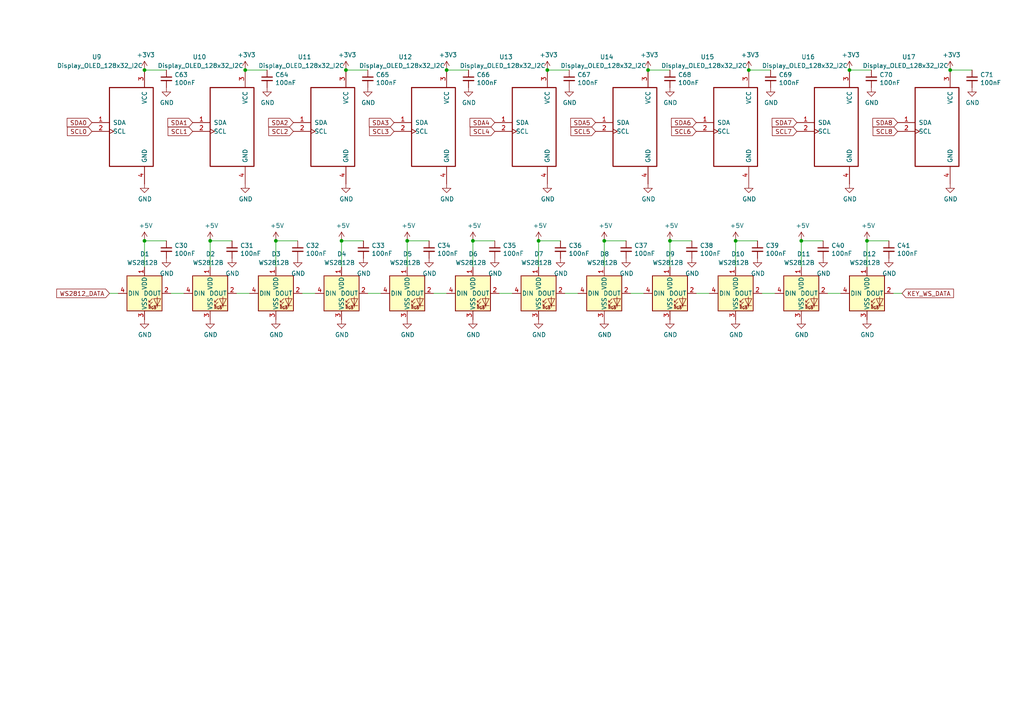
<source format=kicad_sch>
(kicad_sch (version 20231120) (generator "eeschema") (generator_version "8.0")
  (paper "A4")
  (title_block (title "Encoder Board") (date "2020-06-02") (rev "B") (company "Blake Garner"))
  (lib_symbols
    (symbol "Device:C_Small" (pin_numbers hide) (pin_names (offset 0.254) hide)
      (property "Reference" "C" (at 0.254 1.778 0))
      (property "Value" "C_Small" (at 0.254 -2.032 0))
      (symbol "C_Small_0_1"
        (polyline (pts (xy -1.524 -0.508) (xy 1.524 -0.508)) (stroke (width 0.3302)))
        (polyline (pts (xy -1.524 0.508) (xy 1.524 0.508)) (stroke (width 0.3048)))
      )
      (symbol "C_Small_1_1"
        (pin passive line (at 0 2.54 270) (length 2.032) (name "~") (number "1"))
        (pin passive line (at 0 -2.54 90) (length 2.032) (name "~") (number "2"))
      )
    )
    (symbol "EncoderBoard-rescue:+3V3-power" (power) (pin_names (offset 0))
      (property "Value" "power_+3V3" (at 0 3.556 0))
      (symbol "+3V3-power_0_1"
        (polyline (pts (xy -0.762 1.27) (xy 0 2.54)))
        (polyline (pts (xy 0 0) (xy 0 2.54)))
        (polyline (pts (xy 0 2.54) (xy 0.762 1.27)))
      )
      (symbol "+3V3-power_1_1"
        (pin power_in line (at 0 0 90) (length 0) hide (name "+3V3") (number "1"))
      )
    )
    (symbol "EncoderBoard-rescue:+5V-power" (power) (pin_names (offset 0))
      (property "Value" "power_+5V" (at 0 3.556 0))
      (symbol "+5V-power_0_1"
        (polyline (pts (xy -0.762 1.27) (xy 0 2.54)))
        (polyline (pts (xy 0 0) (xy 0 2.54)))
        (polyline (pts (xy 0 2.54) (xy 0.762 1.27)))
      )
      (symbol "+5V-power_1_1"
        (pin power_in line (at 0 0 90) (length 0) hide (name "+5V") (number "1"))
      )
    )
    (symbol "EncoderBoard-rescue:Display_OLED_128x32_I2C-Displays_BG" (pin_names (offset 1.016))
      (property "Reference" "U" (at 3.81 6.35 0))
      (property "Value" "Displays_BG_Display_OLED_128x32_I2C" (at 3.81 3.81 0))
      (symbol "Display_OLED_128x32_I2C-Displays_BG_1_1"
        (rectangle (start 5.08 10.16) (end 17.78 -12.7) (stroke (width 0.3048)))
        (pin input line (at 0 0 0) (length 5.08) (name "SDA") (number "1"))
        (pin input clock (at 0 -2.54 0) (length 5.08) (name "SCL") (number "2"))
        (pin power_in line (at 15.24 15.24 270) (length 5.08) (name "VCC") (number "3"))
        (pin power_in line (at 15.24 -17.78 90) (length 5.08) (name "GND") (number "4"))
      )
    )
    (symbol "EncoderBoard-rescue:GND-power" (power) (pin_names (offset 0))
      (property "Value" "power_GND" (at 0 -3.81 0))
      (symbol "GND-power_0_1"
        (polyline (pts (xy 0 0) (xy 0 -1.27) (xy 1.27 -1.27) (xy 0 -2.54) (xy -1.27 -1.27) (xy 0 -1.27)))
      )
      (symbol "GND-power_1_1"
        (pin power_in line (at 0 0 270) (length 0) hide (name "GND") (number "1"))
      )
    )
    (symbol "LED:WS2812B" (pin_names (offset 0.254))
      (property "Reference" "D" (at 5.08 5.715 0))
      (property "Value" "WS2812B" (at 1.27 -5.715 0))
      (symbol "WS2812B_0_0"
        (text "RGB" (at 2.286 -4.191 0) (effects (font (size 0.762 0.762))))
      )
      (symbol "WS2812B_0_1"
        (polyline (pts (xy 1.27 -3.556) (xy 1.778 -3.556)))
        (polyline (pts (xy 1.27 -2.54) (xy 1.778 -2.54)))
        (polyline (pts (xy 4.699 -3.556) (xy 2.667 -3.556)))
        (polyline (pts (xy 2.286 -2.54) (xy 1.27 -3.556) (xy 1.27 -3.048)))
        (polyline (pts (xy 2.286 -1.524) (xy 1.27 -2.54) (xy 1.27 -2.032)))
        (polyline (pts (xy 3.683 -1.016) (xy 3.683 -3.556) (xy 3.683 -4.064)))
        (polyline (pts (xy 4.699 -1.524) (xy 2.667 -1.524) (xy 3.683 -3.556) (xy 4.699 -1.524)))
        (rectangle (start 5.08 5.08) (end -5.08 -5.08) (stroke (width 0.254)) (fill (type background)))
      )
      (symbol "WS2812B_1_1"
        (pin power_in line (at 0 7.62 270) (length 2.54) (name "VDD") (number "1"))
        (pin output line (at 7.62 0 180) (length 2.54) (name "DOUT") (number "2"))
        (pin power_in line (at 0 -7.62 90) (length 2.54) (name "VSS") (number "3"))
        (pin input line (at -7.62 0 0) (length 2.54) (name "DIN") (number "4"))
      )
    )
  )
  (junction (at 175.26 69.85))
  (junction (at 118.11 69.85))
  (junction (at 71.12 20.32))
  (junction (at 100.33 20.32))
  (junction (at 60.96 69.85))
  (junction (at 137.16 69.85))
  (junction (at 80.01 69.85))
  (junction (at 217.17 20.32))
  (junction (at 187.96 20.32))
  (junction (at 232.41 69.85))
  (junction (at 41.91 20.32))
  (junction (at 251.46 69.85))
  (junction (at 158.75 20.32))
  (junction (at 213.36 69.85))
  (junction (at 194.31 69.85))
  (junction (at 41.91 69.85))
  (junction (at 156.21 69.85))
  (junction (at 129.54 20.32))
  (junction (at 275.59 20.32))
  (junction (at 246.38 20.32))
  (junction (at 99.06 69.85))
  (wire (pts (xy 99.06 69.85) (xy 105.41 69.85)))
  (wire (pts (xy 259.08 85.09) (xy 261.62 85.09)))
  (wire (pts (xy 194.31 69.85) (xy 200.66 69.85)))
  (wire (pts (xy 80.01 69.85) (xy 80.01 77.47)))
  (wire (pts (xy 118.11 69.85) (xy 124.46 69.85)))
  (wire (pts (xy 201.93 85.09) (xy 205.74 85.09)))
  (wire (pts (xy 100.33 20.32) (xy 106.68 20.32)))
  (wire (pts (xy 232.41 69.85) (xy 232.41 77.47)))
  (wire (pts (xy 217.17 20.32) (xy 223.52 20.32)))
  (wire (pts (xy 156.21 69.85) (xy 156.21 77.47)))
  (wire (pts (xy 72.39 85.09) (xy 68.58 85.09)))
  (wire (pts (xy 137.16 69.85) (xy 137.16 77.47)))
  (wire (pts (xy 129.54 20.32) (xy 135.89 20.32)))
  (wire (pts (xy 213.36 69.85) (xy 213.36 77.47)))
  (wire (pts (xy 251.46 69.85) (xy 257.81 69.85)))
  (wire (pts (xy 194.31 69.85) (xy 194.31 77.47)))
  (wire (pts (xy 156.21 69.85) (xy 162.56 69.85)))
  (wire (pts (xy 125.73 85.09) (xy 129.54 85.09)))
  (wire (pts (xy 175.26 69.85) (xy 181.61 69.85)))
  (wire (pts (xy 240.03 85.09) (xy 243.84 85.09)))
  (wire (pts (xy 232.41 69.85) (xy 238.76 69.85)))
  (wire (pts (xy 41.91 69.85) (xy 48.26 69.85)))
  (wire (pts (xy 118.11 69.85) (xy 118.11 77.47)))
  (wire (pts (xy 87.63 85.09) (xy 91.44 85.09)))
  (wire (pts (xy 246.38 20.32) (xy 252.73 20.32)))
  (wire (pts (xy 144.78 85.09) (xy 148.59 85.09)))
  (wire (pts (xy 219.71 69.85) (xy 213.36 69.85)))
  (wire (pts (xy 60.96 69.85) (xy 60.96 77.47)))
  (wire (pts (xy 41.91 69.85) (xy 41.91 77.47)))
  (wire (pts (xy 34.29 85.09) (xy 31.75 85.09)))
  (wire (pts (xy 187.96 20.32) (xy 194.31 20.32)))
  (wire (pts (xy 106.68 85.09) (xy 110.49 85.09)))
  (wire (pts (xy 175.26 69.85) (xy 175.26 77.47)))
  (wire (pts (xy 182.88 85.09) (xy 186.69 85.09)))
  (wire (pts (xy 99.06 69.85) (xy 99.06 77.47)))
  (wire (pts (xy 158.75 20.32) (xy 165.1 20.32)))
  (wire (pts (xy 49.53 85.09) (xy 53.34 85.09)))
  (wire (pts (xy 71.12 20.32) (xy 77.47 20.32)))
  (wire (pts (xy 41.91 20.32) (xy 48.26 20.32)))
  (wire (pts (xy 80.01 69.85) (xy 86.36 69.85)))
  (wire (pts (xy 137.16 69.85) (xy 143.51 69.85)))
  (wire (pts (xy 275.59 20.32) (xy 281.94 20.32)))
  (wire (pts (xy 163.83 85.09) (xy 167.64 85.09)))
  (wire (pts (xy 60.96 69.85) (xy 67.31 69.85)))
  (wire (pts (xy 251.46 69.85) (xy 251.46 77.47)))
  (wire (pts (xy 220.98 85.09) (xy 224.79 85.09)))
  (global_label "SCL5" (shape input) (at 172.72 38.1 180) (property "Intersheetrefs" "${INTERSHEET_REFS}" (effects (hide yes))))
  (global_label "SCL0" (shape input) (at 26.67 38.1 180) (property "Intersheetrefs" "${INTERSHEET_REFS}" (effects (hide yes))))
  (global_label "SDA3" (shape input) (at 114.3 35.56 180) (property "Intersheetrefs" "${INTERSHEET_REFS}" (effects (hide yes))))
  (global_label "SCL7" (shape input) (at 231.14 38.1 180) (property "Intersheetrefs" "${INTERSHEET_REFS}" (effects (hide yes))))
  (global_label "SCL3" (shape input) (at 114.3 38.1 180) (property "Intersheetrefs" "${INTERSHEET_REFS}" (effects (hide yes))))
  (global_label "SCL4" (shape input) (at 143.51 38.1 180) (property "Intersheetrefs" "${INTERSHEET_REFS}" (effects (hide yes))))
  (global_label "SDA6" (shape input) (at 201.93 35.56 180) (property "Intersheetrefs" "${INTERSHEET_REFS}" (effects (hide yes))))
  (global_label "WS2812_DATA" (shape input) (at 31.75 85.09 180) (property "Intersheetrefs" "${INTERSHEET_REFS}" (effects (hide yes))))
  (global_label "SCL1" (shape input) (at 55.88 38.1 180) (property "Intersheetrefs" "${INTERSHEET_REFS}" (effects (hide yes))))
  (global_label "SDA4" (shape input) (at 143.51 35.56 180) (property "Intersheetrefs" "${INTERSHEET_REFS}" (effects (hide yes))))
  (global_label "KEY_WS_DATA" (shape input) (at 261.62 85.09 0) (property "Intersheetrefs" "${INTERSHEET_REFS}" (effects (hide yes))))
  (global_label "SDA8" (shape input) (at 260.35 35.56 180) (property "Intersheetrefs" "${INTERSHEET_REFS}" (effects (hide yes))))
  (global_label "SDA5" (shape input) (at 172.72 35.56 180) (property "Intersheetrefs" "${INTERSHEET_REFS}" (effects (hide yes))))
  (global_label "SCL2" (shape input) (at 85.09 38.1 180) (property "Intersheetrefs" "${INTERSHEET_REFS}" (effects (hide yes))))
  (global_label "SDA1" (shape input) (at 55.88 35.56 180) (property "Intersheetrefs" "${INTERSHEET_REFS}" (effects (hide yes))))
  (global_label "SCL6" (shape input) (at 201.93 38.1 180) (property "Intersheetrefs" "${INTERSHEET_REFS}" (effects (hide yes))))
  (global_label "SCL8" (shape input) (at 260.35 38.1 180) (property "Intersheetrefs" "${INTERSHEET_REFS}" (effects (hide yes))))
  (global_label "SDA2" (shape input) (at 85.09 35.56 180) (property "Intersheetrefs" "${INTERSHEET_REFS}" (effects (hide yes))))
  (global_label "SDA0" (shape input) (at 26.67 35.56 180) (property "Intersheetrefs" "${INTERSHEET_REFS}" (effects (hide yes))))
  (global_label "SDA7" (shape input) (at 231.14 35.56 180) (property "Intersheetrefs" "${INTERSHEET_REFS}" (effects (hide yes))))
  (symbol (lib_id "Device:C_Small") (at 48.26 22.86 0) (unit 1)
    (property "Reference" "C63" (at 50.5968 21.6916 0) (effects (justify left)))
    (property "Value" "100nF" (at 50.5968 24.003 0) (effects (justify left)))
    (property "Footprint" "Capacitor_BG:C_0805_2012Metric" (effects (hide yes)))
    (property "Datasheet" "https://media.digikey.com/pdf/Data%20Sheets/Samsung%20PDFs/CL_Series_MLCC_ds.pdf" (effects (hide yes)))
    (property "MFR" "Samsung" (effects (hide yes)))
    (property "MPN" "CL21B104KBCNFNC" (effects (hide yes)))
  )
  (symbol (lib_id "EncoderBoard-rescue:GND-power") (at 48.26 25.4 0) (unit 1)
    (property "Reference" "#PWR093" (effects (hide yes)))
    (property "Value" "GND" (at 48.387 29.7942 0))
  )
  (symbol (lib_id "Device:C_Small") (at 77.47 22.86 0) (unit 1)
    (property "Reference" "C64" (at 79.8068 21.6916 0) (effects (justify left)))
    (property "Value" "100nF" (at 79.8068 24.003 0) (effects (justify left)))
    (property "Footprint" "Capacitor_BG:C_0805_2012Metric" (effects (hide yes)))
    (property "Datasheet" "https://media.digikey.com/pdf/Data%20Sheets/Samsung%20PDFs/CL_Series_MLCC_ds.pdf" (effects (hide yes)))
    (property "MFR" "Samsung" (effects (hide yes)))
    (property "MPN" "CL21B104KBCNFNC" (effects (hide yes)))
  )
  (symbol (lib_id "EncoderBoard-rescue:GND-power") (at 77.47 25.4 0) (unit 1)
    (property "Reference" "#PWR094" (effects (hide yes)))
    (property "Value" "GND" (at 77.597 29.7942 0))
  )
  (symbol (lib_id "Device:C_Small") (at 106.68 22.86 0) (unit 1)
    (property "Reference" "C65" (at 109.0168 21.6916 0) (effects (justify left)))
    (property "Value" "100nF" (at 109.0168 24.003 0) (effects (justify left)))
    (property "Footprint" "Capacitor_BG:C_0805_2012Metric" (effects (hide yes)))
    (property "Datasheet" "https://media.digikey.com/pdf/Data%20Sheets/Samsung%20PDFs/CL_Series_MLCC_ds.pdf" (effects (hide yes)))
    (property "MFR" "Samsung" (effects (hide yes)))
    (property "MPN" "CL21B104KBCNFNC" (effects (hide yes)))
  )
  (symbol (lib_id "EncoderBoard-rescue:GND-power") (at 106.68 25.4 0) (unit 1)
    (property "Reference" "#PWR095" (effects (hide yes)))
    (property "Value" "GND" (at 106.807 29.7942 0))
  )
  (symbol (lib_id "Device:C_Small") (at 135.89 22.86 0) (unit 1)
    (property "Reference" "C66" (at 138.2268 21.6916 0) (effects (justify left)))
    (property "Value" "100nF" (at 138.2268 24.003 0) (effects (justify left)))
    (property "Footprint" "Capacitor_BG:C_0805_2012Metric" (effects (hide yes)))
    (property "Datasheet" "https://media.digikey.com/pdf/Data%20Sheets/Samsung%20PDFs/CL_Series_MLCC_ds.pdf" (effects (hide yes)))
    (property "MFR" "Samsung" (effects (hide yes)))
    (property "MPN" "CL21B104KBCNFNC" (effects (hide yes)))
  )
  (symbol (lib_id "EncoderBoard-rescue:GND-power") (at 135.89 25.4 0) (unit 1)
    (property "Reference" "#PWR096" (effects (hide yes)))
    (property "Value" "GND" (at 136.017 29.7942 0))
  )
  (symbol (lib_id "Device:C_Small") (at 165.1 22.86 0) (unit 1)
    (property "Reference" "C67" (at 167.4368 21.6916 0) (effects (justify left)))
    (property "Value" "100nF" (at 167.4368 24.003 0) (effects (justify left)))
    (property "Footprint" "Capacitor_BG:C_0805_2012Metric" (effects (hide yes)))
    (property "Datasheet" "https://media.digikey.com/pdf/Data%20Sheets/Samsung%20PDFs/CL_Series_MLCC_ds.pdf" (effects (hide yes)))
    (property "MFR" "Samsung" (effects (hide yes)))
    (property "MPN" "CL21B104KBCNFNC" (effects (hide yes)))
  )
  (symbol (lib_id "EncoderBoard-rescue:GND-power") (at 165.1 25.4 0) (unit 1)
    (property "Reference" "#PWR097" (effects (hide yes)))
    (property "Value" "GND" (at 165.227 29.7942 0))
  )
  (symbol (lib_id "Device:C_Small") (at 194.31 22.86 0) (unit 1)
    (property "Reference" "C68" (at 196.6468 21.6916 0) (effects (justify left)))
    (property "Value" "100nF" (at 196.6468 24.003 0) (effects (justify left)))
    (property "Footprint" "Capacitor_BG:C_0805_2012Metric" (effects (hide yes)))
    (property "Datasheet" "https://media.digikey.com/pdf/Data%20Sheets/Samsung%20PDFs/CL_Series_MLCC_ds.pdf" (effects (hide yes)))
    (property "MFR" "Samsung" (effects (hide yes)))
    (property "MPN" "CL21B104KBCNFNC" (effects (hide yes)))
  )
  (symbol (lib_id "EncoderBoard-rescue:GND-power") (at 194.31 25.4 0) (unit 1)
    (property "Reference" "#PWR098" (effects (hide yes)))
    (property "Value" "GND" (at 194.437 29.7942 0))
  )
  (symbol (lib_id "Device:C_Small") (at 223.52 22.86 0) (unit 1)
    (property "Reference" "C69" (at 225.8568 21.6916 0) (effects (justify left)))
    (property "Value" "100nF" (at 225.8568 24.003 0) (effects (justify left)))
    (property "Footprint" "Capacitor_BG:C_0805_2012Metric" (effects (hide yes)))
    (property "Datasheet" "https://media.digikey.com/pdf/Data%20Sheets/Samsung%20PDFs/CL_Series_MLCC_ds.pdf" (effects (hide yes)))
    (property "MFR" "Samsung" (effects (hide yes)))
    (property "MPN" "CL21B104KBCNFNC" (effects (hide yes)))
  )
  (symbol (lib_id "EncoderBoard-rescue:GND-power") (at 223.52 25.4 0) (unit 1)
    (property "Reference" "#PWR099" (effects (hide yes)))
    (property "Value" "GND" (at 223.647 29.7942 0))
  )
  (symbol (lib_id "Device:C_Small") (at 252.73 22.86 0) (unit 1)
    (property "Reference" "C70" (at 255.0668 21.6916 0) (effects (justify left)))
    (property "Value" "100nF" (at 255.0668 24.003 0) (effects (justify left)))
    (property "Footprint" "Capacitor_BG:C_0805_2012Metric" (effects (hide yes)))
    (property "Datasheet" "https://media.digikey.com/pdf/Data%20Sheets/Samsung%20PDFs/CL_Series_MLCC_ds.pdf" (effects (hide yes)))
    (property "MFR" "Samsung" (effects (hide yes)))
    (property "MPN" "CL21B104KBCNFNC" (effects (hide yes)))
  )
  (symbol (lib_id "EncoderBoard-rescue:GND-power") (at 252.73 25.4 0) (unit 1)
    (property "Reference" "#PWR0100" (effects (hide yes)))
    (property "Value" "GND" (at 252.857 29.7942 0))
  )
  (symbol (lib_id "Device:C_Small") (at 281.94 22.86 0) (unit 1)
    (property "Reference" "C71" (at 284.2768 21.6916 0) (effects (justify left)))
    (property "Value" "100nF" (at 284.2768 24.003 0) (effects (justify left)))
    (property "Footprint" "Capacitor_BG:C_0805_2012Metric" (effects (hide yes)))
    (property "Datasheet" "https://media.digikey.com/pdf/Data%20Sheets/Samsung%20PDFs/CL_Series_MLCC_ds.pdf" (effects (hide yes)))
    (property "MFR" "Samsung" (effects (hide yes)))
    (property "MPN" "CL21B104KBCNFNC" (effects (hide yes)))
  )
  (symbol (lib_id "EncoderBoard-rescue:GND-power") (at 281.94 25.4 0) (unit 1)
    (property "Reference" "#PWR0183" (effects (hide yes)))
    (property "Value" "GND" (at 282.067 29.7942 0))
  )
  (symbol (lib_id "EncoderBoard-rescue:Display_OLED_128x32_I2C-Displays_BG") (at 26.67 35.56 0) (unit 1)
    (property "Reference" "U9" (at 26.67 16.51 0) (effects (justify left)))
    (property "Value" "Display_OLED_128x32_I2C" (at 16.51 19.05 0) (effects (justify left)))
    (property "Footprint" "Display_BG:Display_OLED_128x32_I2C" (effects (hide yes)))
    (property "Datasheet" "https://learn.adafruit.com/monochrome-oled-breakouts/downloads" (effects (hide yes)))
    (property "MFR" "Unbranded" (effects (hide yes)))
    (property "MPN" "128x32_I2C_OLED_SSD1306" (effects (hide yes)))
  )
  (symbol (lib_id "EncoderBoard-rescue:GND-power") (at 41.91 53.34 0) (unit 1)
    (property "Reference" "#PWR0211" (effects (hide yes)))
    (property "Value" "GND" (at 42.037 57.7342 0))
  )
  (symbol (lib_id "EncoderBoard-rescue:+3V3-power") (at 41.91 20.32 0) (unit 1)
    (property "Reference" "#PWR0212" (effects (hide yes)))
    (property "Value" "+3V3" (at 42.291 15.9258 0))
  )
  (symbol (lib_id "EncoderBoard-rescue:Display_OLED_128x32_I2C-Displays_BG") (at 55.88 35.56 0) (unit 1)
    (property "Reference" "U10" (at 55.88 16.51 0) (effects (justify left)))
    (property "Value" "Display_OLED_128x32_I2C" (at 45.72 19.05 0) (effects (justify left)))
    (property "Footprint" "Display_BG:Display_OLED_128x32_I2C" (effects (hide yes)))
    (property "Datasheet" "https://learn.adafruit.com/monochrome-oled-breakouts/downloads" (effects (hide yes)))
    (property "MFR" "Unbranded" (effects (hide yes)))
    (property "MPN" "128x32_I2C_OLED_SSD1306" (effects (hide yes)))
  )
  (symbol (lib_id "EncoderBoard-rescue:GND-power") (at 71.12 53.34 0) (unit 1)
    (property "Reference" "#PWR0213" (effects (hide yes)))
    (property "Value" "GND" (at 71.247 57.7342 0))
  )
  (symbol (lib_id "EncoderBoard-rescue:+3V3-power") (at 71.12 20.32 0) (unit 1)
    (property "Reference" "#PWR0214" (effects (hide yes)))
    (property "Value" "+3V3" (at 71.501 15.9258 0))
  )
  (symbol (lib_id "EncoderBoard-rescue:Display_OLED_128x32_I2C-Displays_BG") (at 85.09 35.56 0) (unit 1)
    (property "Reference" "U11" (at 86.36 16.51 0) (effects (justify left)))
    (property "Value" "Display_OLED_128x32_I2C" (at 74.93 19.05 0) (effects (justify left)))
    (property "Footprint" "Display_BG:Display_OLED_128x32_I2C" (effects (hide yes)))
    (property "Datasheet" "https://learn.adafruit.com/monochrome-oled-breakouts/downloads" (effects (hide yes)))
    (property "MFR" "Unbranded" (effects (hide yes)))
    (property "MPN" "128x32_I2C_OLED_SSD1306" (effects (hide yes)))
  )
  (symbol (lib_id "EncoderBoard-rescue:GND-power") (at 100.33 53.34 0) (unit 1)
    (property "Reference" "#PWR0215" (effects (hide yes)))
    (property "Value" "GND" (at 100.457 57.7342 0))
  )
  (symbol (lib_id "EncoderBoard-rescue:+3V3-power") (at 100.33 20.32 0) (unit 1)
    (property "Reference" "#PWR0216" (effects (hide yes)))
    (property "Value" "+3V3" (at 100.711 15.9258 0))
  )
  (symbol (lib_id "EncoderBoard-rescue:Display_OLED_128x32_I2C-Displays_BG") (at 114.3 35.56 0) (unit 1)
    (property "Reference" "U12" (at 115.57 16.51 0) (effects (justify left)))
    (property "Value" "Display_OLED_128x32_I2C" (at 104.14 19.05 0) (effects (justify left)))
    (property "Footprint" "Display_BG:Display_OLED_128x32_I2C" (effects (hide yes)))
    (property "Datasheet" "https://learn.adafruit.com/monochrome-oled-breakouts/downloads" (effects (hide yes)))
    (property "MFR" "Unbranded" (effects (hide yes)))
    (property "MPN" "128x32_I2C_OLED_SSD1306" (effects (hide yes)))
  )
  (symbol (lib_id "EncoderBoard-rescue:GND-power") (at 129.54 53.34 0) (unit 1)
    (property "Reference" "#PWR0217" (effects (hide yes)))
    (property "Value" "GND" (at 129.667 57.7342 0))
  )
  (symbol (lib_id "EncoderBoard-rescue:+3V3-power") (at 129.54 20.32 0) (unit 1)
    (property "Reference" "#PWR0218" (effects (hide yes)))
    (property "Value" "+3V3" (at 129.921 15.9258 0))
  )
  (symbol (lib_id "EncoderBoard-rescue:Display_OLED_128x32_I2C-Displays_BG") (at 143.51 35.56 0) (unit 1)
    (property "Reference" "U13" (at 144.78 16.51 0) (effects (justify left)))
    (property "Value" "Display_OLED_128x32_I2C" (at 133.35 19.05 0) (effects (justify left)))
    (property "Footprint" "Display_BG:Display_OLED_128x32_I2C" (effects (hide yes)))
    (property "Datasheet" "https://learn.adafruit.com/monochrome-oled-breakouts/downloads" (effects (hide yes)))
    (property "MFR" "Unbranded" (effects (hide yes)))
    (property "MPN" "128x32_I2C_OLED_SSD1306" (effects (hide yes)))
  )
  (symbol (lib_id "EncoderBoard-rescue:GND-power") (at 158.75 53.34 0) (unit 1)
    (property "Reference" "#PWR0219" (effects (hide yes)))
    (property "Value" "GND" (at 158.877 57.7342 0))
  )
  (symbol (lib_id "EncoderBoard-rescue:+3V3-power") (at 158.75 20.32 0) (unit 1)
    (property "Reference" "#PWR0220" (effects (hide yes)))
    (property "Value" "+3V3" (at 159.131 15.9258 0))
  )
  (symbol (lib_id "EncoderBoard-rescue:Display_OLED_128x32_I2C-Displays_BG") (at 172.72 35.56 0) (unit 1)
    (property "Reference" "U14" (at 173.99 16.51 0) (effects (justify left)))
    (property "Value" "Display_OLED_128x32_I2C" (at 162.56 19.05 0) (effects (justify left)))
    (property "Footprint" "Display_BG:Display_OLED_128x32_I2C" (effects (hide yes)))
    (property "Datasheet" "https://learn.adafruit.com/monochrome-oled-breakouts/downloads" (effects (hide yes)))
    (property "MFR" "Unbranded" (effects (hide yes)))
    (property "MPN" "128x32_I2C_OLED_SSD1306" (effects (hide yes)))
  )
  (symbol (lib_id "EncoderBoard-rescue:GND-power") (at 187.96 53.34 0) (unit 1)
    (property "Reference" "#PWR0221" (effects (hide yes)))
    (property "Value" "GND" (at 188.087 57.7342 0))
  )
  (symbol (lib_id "EncoderBoard-rescue:+3V3-power") (at 187.96 20.32 0) (unit 1)
    (property "Reference" "#PWR0222" (effects (hide yes)))
    (property "Value" "+3V3" (at 188.341 15.9258 0))
  )
  (symbol (lib_id "EncoderBoard-rescue:Display_OLED_128x32_I2C-Displays_BG") (at 201.93 35.56 0) (unit 1)
    (property "Reference" "U15" (at 203.2 16.51 0) (effects (justify left)))
    (property "Value" "Display_OLED_128x32_I2C" (at 191.77 19.05 0) (effects (justify left)))
    (property "Footprint" "Display_BG:Display_OLED_128x32_I2C" (effects (hide yes)))
    (property "Datasheet" "https://learn.adafruit.com/monochrome-oled-breakouts/downloads" (effects (hide yes)))
    (property "MFR" "Unbranded" (effects (hide yes)))
    (property "MPN" "128x32_I2C_OLED_SSD1306" (effects (hide yes)))
  )
  (symbol (lib_id "EncoderBoard-rescue:GND-power") (at 217.17 53.34 0) (unit 1)
    (property "Reference" "#PWR0223" (effects (hide yes)))
    (property "Value" "GND" (at 217.297 57.7342 0))
  )
  (symbol (lib_id "EncoderBoard-rescue:+3V3-power") (at 217.17 20.32 0) (unit 1)
    (property "Reference" "#PWR0224" (effects (hide yes)))
    (property "Value" "+3V3" (at 217.551 15.9258 0))
  )
  (symbol (lib_id "EncoderBoard-rescue:Display_OLED_128x32_I2C-Displays_BG") (at 231.14 35.56 0) (unit 1)
    (property "Reference" "U16" (at 232.41 16.51 0) (effects (justify left)))
    (property "Value" "Display_OLED_128x32_I2C" (at 220.98 19.05 0) (effects (justify left)))
    (property "Footprint" "Display_BG:Display_OLED_128x32_I2C" (effects (hide yes)))
    (property "Datasheet" "https://learn.adafruit.com/monochrome-oled-breakouts/downloads" (effects (hide yes)))
    (property "MFR" "Unbranded" (effects (hide yes)))
    (property "MPN" "128x32_I2C_OLED_SSD1306" (effects (hide yes)))
  )
  (symbol (lib_id "EncoderBoard-rescue:GND-power") (at 246.38 53.34 0) (unit 1)
    (property "Reference" "#PWR0225" (effects (hide yes)))
    (property "Value" "GND" (at 246.507 57.7342 0))
  )
  (symbol (lib_id "EncoderBoard-rescue:+3V3-power") (at 246.38 20.32 0) (unit 1)
    (property "Reference" "#PWR0226" (effects (hide yes)))
    (property "Value" "+3V3" (at 246.761 15.9258 0))
  )
  (symbol (lib_id "EncoderBoard-rescue:Display_OLED_128x32_I2C-Displays_BG") (at 260.35 35.56 0) (unit 1)
    (property "Reference" "U17" (at 261.62 16.51 0) (effects (justify left)))
    (property "Value" "Display_OLED_128x32_I2C" (at 250.19 19.05 0) (effects (justify left)))
    (property "Footprint" "Display_BG:Display_OLED_128x32_I2C" (effects (hide yes)))
    (property "Datasheet" "https://learn.adafruit.com/monochrome-oled-breakouts/downloads" (effects (hide yes)))
    (property "MFR" "Unbranded" (effects (hide yes)))
    (property "MPN" "128x32_I2C_OLED_SSD1306" (effects (hide yes)))
  )
  (symbol (lib_id "EncoderBoard-rescue:GND-power") (at 275.59 53.34 0) (unit 1)
    (property "Reference" "#PWR0227" (effects (hide yes)))
    (property "Value" "GND" (at 275.717 57.7342 0))
  )
  (symbol (lib_id "EncoderBoard-rescue:+3V3-power") (at 275.59 20.32 0) (unit 1)
    (property "Reference" "#PWR0228" (effects (hide yes)))
    (property "Value" "+3V3" (at 275.971 15.9258 0))
  )
  (symbol (lib_id "LED:WS2812B") (at 41.91 85.09 0) (unit 1)
    (property "Reference" "D1" (at 40.64 73.66 0) (effects (justify left)))
    (property "Value" "WS2812B" (at 36.83 76.2 0) (effects (justify left)))
    (property "Footprint" "LED_BG:LED_WS2812B_PLCC4_5.0x5.0mm_P3.2mm" (effects (hide yes)))
    (property "Datasheet" "https://cdn-shop.adafruit.com/datasheets/WS2812B.pdf" (effects (hide yes)))
    (property "MFR" "World Semi" (effects (hide yes)))
    (property "MPN" "WS2812B" (effects (hide yes)))
  )
  (symbol (lib_id "EncoderBoard-rescue:+5V-power") (at 41.91 69.85 0) (unit 1)
    (property "Reference" "#PWR0229" (effects (hide yes)))
    (property "Value" "+5V" (at 42.291 65.4558 0))
  )
  (symbol (lib_id "EncoderBoard-rescue:GND-power") (at 41.91 92.71 0) (unit 1)
    (property "Reference" "#PWR0230" (effects (hide yes)))
    (property "Value" "GND" (at 42.037 97.1042 0))
  )
  (symbol (lib_id "LED:WS2812B") (at 60.96 85.09 0) (unit 1)
    (property "Reference" "D2" (at 59.69 73.66 0) (effects (justify left)))
    (property "Value" "WS2812B" (at 55.88 76.2 0) (effects (justify left)))
    (property "Footprint" "LED_BG:LED_WS2812B_PLCC4_5.0x5.0mm_P3.2mm" (effects (hide yes)))
    (property "Datasheet" "https://cdn-shop.adafruit.com/datasheets/WS2812B.pdf" (effects (hide yes)))
    (property "MFR" "World Semi" (effects (hide yes)))
    (property "MPN" "WS2812B" (effects (hide yes)))
  )
  (symbol (lib_id "EncoderBoard-rescue:+5V-power") (at 60.96 69.85 0) (unit 1)
    (property "Reference" "#PWR0231" (effects (hide yes)))
    (property "Value" "+5V" (at 61.341 65.4558 0))
  )
  (symbol (lib_id "EncoderBoard-rescue:GND-power") (at 60.96 92.71 0) (unit 1)
    (property "Reference" "#PWR0232" (effects (hide yes)))
    (property "Value" "GND" (at 61.087 97.1042 0))
  )
  (symbol (lib_id "LED:WS2812B") (at 80.01 85.09 0) (unit 1)
    (property "Reference" "D3" (at 78.74 73.66 0) (effects (justify left)))
    (property "Value" "WS2812B" (at 74.93 76.2 0) (effects (justify left)))
    (property "Footprint" "LED_BG:LED_WS2812B_PLCC4_5.0x5.0mm_P3.2mm" (effects (hide yes)))
    (property "Datasheet" "https://cdn-shop.adafruit.com/datasheets/WS2812B.pdf" (effects (hide yes)))
    (property "MFR" "World Semi" (effects (hide yes)))
    (property "MPN" "WS2812B" (effects (hide yes)))
  )
  (symbol (lib_id "EncoderBoard-rescue:+5V-power") (at 80.01 69.85 0) (unit 1)
    (property "Reference" "#PWR0233" (effects (hide yes)))
    (property "Value" "+5V" (at 80.391 65.4558 0))
  )
  (symbol (lib_id "EncoderBoard-rescue:GND-power") (at 80.01 92.71 0) (unit 1)
    (property "Reference" "#PWR0234" (effects (hide yes)))
    (property "Value" "GND" (at 80.137 97.1042 0))
  )
  (symbol (lib_id "LED:WS2812B") (at 99.06 85.09 0) (unit 1)
    (property "Reference" "D4" (at 97.79 73.66 0) (effects (justify left)))
    (property "Value" "WS2812B" (at 93.98 76.2 0) (effects (justify left)))
    (property "Footprint" "LED_BG:LED_WS2812B_PLCC4_5.0x5.0mm_P3.2mm" (effects (hide yes)))
    (property "Datasheet" "https://cdn-shop.adafruit.com/datasheets/WS2812B.pdf" (effects (hide yes)))
    (property "MFR" "World Semi" (effects (hide yes)))
    (property "MPN" "WS2812B" (effects (hide yes)))
  )
  (symbol (lib_id "EncoderBoard-rescue:+5V-power") (at 99.06 69.85 0) (unit 1)
    (property "Reference" "#PWR0235" (effects (hide yes)))
    (property "Value" "+5V" (at 99.441 65.4558 0))
  )
  (symbol (lib_id "EncoderBoard-rescue:GND-power") (at 99.06 92.71 0) (unit 1)
    (property "Reference" "#PWR0236" (effects (hide yes)))
    (property "Value" "GND" (at 99.187 97.1042 0))
  )
  (symbol (lib_id "LED:WS2812B") (at 118.11 85.09 0) (unit 1)
    (property "Reference" "D5" (at 116.84 73.66 0) (effects (justify left)))
    (property "Value" "WS2812B" (at 113.03 76.2 0) (effects (justify left)))
    (property "Footprint" "LED_BG:LED_WS2812B_PLCC4_5.0x5.0mm_P3.2mm" (effects (hide yes)))
    (property "Datasheet" "https://cdn-shop.adafruit.com/datasheets/WS2812B.pdf" (effects (hide yes)))
    (property "MFR" "World Semi" (effects (hide yes)))
    (property "MPN" "WS2812B" (effects (hide yes)))
  )
  (symbol (lib_id "EncoderBoard-rescue:+5V-power") (at 118.11 69.85 0) (unit 1)
    (property "Reference" "#PWR0237" (effects (hide yes)))
    (property "Value" "+5V" (at 118.491 65.4558 0))
  )
  (symbol (lib_id "EncoderBoard-rescue:GND-power") (at 118.11 92.71 0) (unit 1)
    (property "Reference" "#PWR0238" (effects (hide yes)))
    (property "Value" "GND" (at 118.237 97.1042 0))
  )
  (symbol (lib_id "LED:WS2812B") (at 137.16 85.09 0) (unit 1)
    (property "Reference" "D6" (at 135.89 73.66 0) (effects (justify left)))
    (property "Value" "WS2812B" (at 132.08 76.2 0) (effects (justify left)))
    (property "Footprint" "LED_BG:LED_WS2812B_PLCC4_5.0x5.0mm_P3.2mm" (effects (hide yes)))
    (property "Datasheet" "https://cdn-shop.adafruit.com/datasheets/WS2812B.pdf" (effects (hide yes)))
    (property "MFR" "World Semi" (effects (hide yes)))
    (property "MPN" "WS2812B" (effects (hide yes)))
  )
  (symbol (lib_id "EncoderBoard-rescue:+5V-power") (at 137.16 69.85 0) (unit 1)
    (property "Reference" "#PWR0239" (effects (hide yes)))
    (property "Value" "+5V" (at 137.541 65.4558 0))
  )
  (symbol (lib_id "EncoderBoard-rescue:GND-power") (at 137.16 92.71 0) (unit 1)
    (property "Reference" "#PWR0240" (effects (hide yes)))
    (property "Value" "GND" (at 137.287 97.1042 0))
  )
  (symbol (lib_id "LED:WS2812B") (at 156.21 85.09 0) (unit 1)
    (property "Reference" "D7" (at 154.94 73.66 0) (effects (justify left)))
    (property "Value" "WS2812B" (at 151.13 76.2 0) (effects (justify left)))
    (property "Footprint" "LED_BG:LED_WS2812B_PLCC4_5.0x5.0mm_P3.2mm" (effects (hide yes)))
    (property "Datasheet" "https://cdn-shop.adafruit.com/datasheets/WS2812B.pdf" (effects (hide yes)))
    (property "MFR" "World Semi" (effects (hide yes)))
    (property "MPN" "WS2812B" (effects (hide yes)))
  )
  (symbol (lib_id "EncoderBoard-rescue:+5V-power") (at 156.21 69.85 0) (unit 1)
    (property "Reference" "#PWR0241" (effects (hide yes)))
    (property "Value" "+5V" (at 156.591 65.4558 0))
  )
  (symbol (lib_id "EncoderBoard-rescue:GND-power") (at 156.21 92.71 0) (unit 1)
    (property "Reference" "#PWR0242" (effects (hide yes)))
    (property "Value" "GND" (at 156.337 97.1042 0))
  )
  (symbol (lib_id "LED:WS2812B") (at 175.26 85.09 0) (unit 1)
    (property "Reference" "D8" (at 173.99 73.66 0) (effects (justify left)))
    (property "Value" "WS2812B" (at 170.18 76.2 0) (effects (justify left)))
    (property "Footprint" "LED_BG:LED_WS2812B_PLCC4_5.0x5.0mm_P3.2mm" (effects (hide yes)))
    (property "Datasheet" "https://cdn-shop.adafruit.com/datasheets/WS2812B.pdf" (effects (hide yes)))
    (property "MFR" "World Semi" (effects (hide yes)))
    (property "MPN" "WS2812B" (effects (hide yes)))
  )
  (symbol (lib_id "EncoderBoard-rescue:+5V-power") (at 175.26 69.85 0) (unit 1)
    (property "Reference" "#PWR0243" (effects (hide yes)))
    (property "Value" "+5V" (at 175.641 65.4558 0))
  )
  (symbol (lib_id "EncoderBoard-rescue:GND-power") (at 175.26 92.71 0) (unit 1)
    (property "Reference" "#PWR0244" (effects (hide yes)))
    (property "Value" "GND" (at 175.387 97.1042 0))
  )
  (symbol (lib_id "LED:WS2812B") (at 194.31 85.09 0) (unit 1)
    (property "Reference" "D9" (at 193.04 73.66 0) (effects (justify left)))
    (property "Value" "WS2812B" (at 189.23 76.2 0) (effects (justify left)))
    (property "Footprint" "LED_BG:LED_WS2812B_PLCC4_5.0x5.0mm_P3.2mm" (effects (hide yes)))
    (property "Datasheet" "https://cdn-shop.adafruit.com/datasheets/WS2812B.pdf" (effects (hide yes)))
    (property "MFR" "World Semi" (effects (hide yes)))
    (property "MPN" "WS2812B" (effects (hide yes)))
  )
  (symbol (lib_id "EncoderBoard-rescue:+5V-power") (at 194.31 69.85 0) (unit 1)
    (property "Reference" "#PWR0245" (effects (hide yes)))
    (property "Value" "+5V" (at 194.691 65.4558 0))
  )
  (symbol (lib_id "EncoderBoard-rescue:GND-power") (at 194.31 92.71 0) (unit 1)
    (property "Reference" "#PWR0246" (effects (hide yes)))
    (property "Value" "GND" (at 194.437 97.1042 0))
  )
  (symbol (lib_id "LED:WS2812B") (at 213.36 85.09 0) (unit 1)
    (property "Reference" "D10" (at 212.09 73.66 0) (effects (justify left)))
    (property "Value" "WS2812B" (at 208.28 76.2 0) (effects (justify left)))
    (property "Footprint" "LED_BG:LED_WS2812B_PLCC4_5.0x5.0mm_P3.2mm" (effects (hide yes)))
    (property "Datasheet" "https://cdn-shop.adafruit.com/datasheets/WS2812B.pdf" (effects (hide yes)))
    (property "MFR" "World Semi" (effects (hide yes)))
    (property "MPN" "WS2812B" (effects (hide yes)))
  )
  (symbol (lib_id "EncoderBoard-rescue:+5V-power") (at 213.36 69.85 0) (unit 1)
    (property "Reference" "#PWR0247" (effects (hide yes)))
    (property "Value" "+5V" (at 213.741 65.4558 0))
  )
  (symbol (lib_id "EncoderBoard-rescue:GND-power") (at 213.36 92.71 0) (unit 1)
    (property "Reference" "#PWR0248" (effects (hide yes)))
    (property "Value" "GND" (at 213.487 97.1042 0))
  )
  (symbol (lib_id "LED:WS2812B") (at 232.41 85.09 0) (unit 1)
    (property "Reference" "D11" (at 231.14 73.66 0) (effects (justify left)))
    (property "Value" "WS2812B" (at 227.33 76.2 0) (effects (justify left)))
    (property "Footprint" "LED_BG:LED_WS2812B_PLCC4_5.0x5.0mm_P3.2mm" (effects (hide yes)))
    (property "Datasheet" "https://cdn-shop.adafruit.com/datasheets/WS2812B.pdf" (effects (hide yes)))
    (property "MFR" "World Semi" (effects (hide yes)))
    (property "MPN" "WS2812B" (effects (hide yes)))
  )
  (symbol (lib_id "EncoderBoard-rescue:+5V-power") (at 232.41 69.85 0) (unit 1)
    (property "Reference" "#PWR0249" (effects (hide yes)))
    (property "Value" "+5V" (at 232.791 65.4558 0))
  )
  (symbol (lib_id "EncoderBoard-rescue:GND-power") (at 232.41 92.71 0) (unit 1)
    (property "Reference" "#PWR0250" (effects (hide yes)))
    (property "Value" "GND" (at 232.537 97.1042 0))
  )
  (symbol (lib_id "LED:WS2812B") (at 251.46 85.09 0) (unit 1)
    (property "Reference" "D12" (at 250.19 73.66 0) (effects (justify left)))
    (property "Value" "WS2812B" (at 246.38 76.2 0) (effects (justify left)))
    (property "Footprint" "LED_BG:LED_WS2812B_PLCC4_5.0x5.0mm_P3.2mm" (effects (hide yes)))
    (property "Datasheet" "https://cdn-shop.adafruit.com/datasheets/WS2812B.pdf" (effects (hide yes)))
    (property "MFR" "World Semi" (effects (hide yes)))
    (property "MPN" "WS2812B" (effects (hide yes)))
  )
  (symbol (lib_id "EncoderBoard-rescue:+5V-power") (at 251.46 69.85 0) (unit 1)
    (property "Reference" "#PWR0251" (effects (hide yes)))
    (property "Value" "+5V" (at 251.841 65.4558 0))
  )
  (symbol (lib_id "EncoderBoard-rescue:GND-power") (at 251.46 92.71 0) (unit 1)
    (property "Reference" "#PWR0252" (effects (hide yes)))
    (property "Value" "GND" (at 251.587 97.1042 0))
  )
  (symbol (lib_id "Device:C_Small") (at 48.26 72.39 0) (unit 1)
    (property "Reference" "C30" (at 50.5968 71.2216 0) (effects (justify left)))
    (property "Value" "100nF" (at 50.5968 73.533 0) (effects (justify left)))
    (property "Footprint" "Capacitor_BG:C_0805_2012Metric" (effects (hide yes)))
    (property "Datasheet" "https://media.digikey.com/pdf/Data%20Sheets/Samsung%20PDFs/CL_Series_MLCC_ds.pdf" (effects (hide yes)))
    (property "MFR" "Samsung" (effects (hide yes)))
    (property "MPN" "CL21B104KBCNFNC" (effects (hide yes)))
  )
  (symbol (lib_id "EncoderBoard-rescue:GND-power") (at 48.26 74.93 0) (unit 1)
    (property "Reference" "#PWR0253" (effects (hide yes)))
    (property "Value" "GND" (at 48.387 79.3242 0))
  )
  (symbol (lib_id "Device:C_Small") (at 67.31 72.39 0) (unit 1)
    (property "Reference" "C31" (at 69.6468 71.2216 0) (effects (justify left)))
    (property "Value" "100nF" (at 69.6468 73.533 0) (effects (justify left)))
    (property "Footprint" "Capacitor_BG:C_0805_2012Metric" (effects (hide yes)))
    (property "Datasheet" "https://media.digikey.com/pdf/Data%20Sheets/Samsung%20PDFs/CL_Series_MLCC_ds.pdf" (effects (hide yes)))
    (property "MFR" "Samsung" (effects (hide yes)))
    (property "MPN" "CL21B104KBCNFNC" (effects (hide yes)))
  )
  (symbol (lib_id "EncoderBoard-rescue:GND-power") (at 67.31 74.93 0) (unit 1)
    (property "Reference" "#PWR0254" (effects (hide yes)))
    (property "Value" "GND" (at 67.437 79.3242 0))
  )
  (symbol (lib_id "Device:C_Small") (at 86.36 72.39 0) (unit 1)
    (property "Reference" "C32" (at 88.6968 71.2216 0) (effects (justify left)))
    (property "Value" "100nF" (at 88.6968 73.533 0) (effects (justify left)))
    (property "Footprint" "Capacitor_BG:C_0805_2012Metric" (effects (hide yes)))
    (property "Datasheet" "https://media.digikey.com/pdf/Data%20Sheets/Samsung%20PDFs/CL_Series_MLCC_ds.pdf" (effects (hide yes)))
    (property "MFR" "Samsung" (effects (hide yes)))
    (property "MPN" "CL21B104KBCNFNC" (effects (hide yes)))
  )
  (symbol (lib_id "EncoderBoard-rescue:GND-power") (at 86.36 74.93 0) (unit 1)
    (property "Reference" "#PWR0255" (effects (hide yes)))
    (property "Value" "GND" (at 86.487 79.3242 0))
  )
  (symbol (lib_id "Device:C_Small") (at 105.41 72.39 0) (unit 1)
    (property "Reference" "C33" (at 107.7468 71.2216 0) (effects (justify left)))
    (property "Value" "100nF" (at 107.7468 73.533 0) (effects (justify left)))
    (property "Footprint" "Capacitor_BG:C_0805_2012Metric" (effects (hide yes)))
    (property "Datasheet" "https://media.digikey.com/pdf/Data%20Sheets/Samsung%20PDFs/CL_Series_MLCC_ds.pdf" (effects (hide yes)))
    (property "MFR" "Samsung" (effects (hide yes)))
    (property "MPN" "CL21B104KBCNFNC" (effects (hide yes)))
  )
  (symbol (lib_id "EncoderBoard-rescue:GND-power") (at 105.41 74.93 0) (unit 1)
    (property "Reference" "#PWR0256" (effects (hide yes)))
    (property "Value" "GND" (at 105.537 79.3242 0))
  )
  (symbol (lib_id "Device:C_Small") (at 124.46 72.39 0) (unit 1)
    (property "Reference" "C34" (at 126.7968 71.2216 0) (effects (justify left)))
    (property "Value" "100nF" (at 126.7968 73.533 0) (effects (justify left)))
    (property "Footprint" "Capacitor_BG:C_0805_2012Metric" (effects (hide yes)))
    (property "Datasheet" "https://media.digikey.com/pdf/Data%20Sheets/Samsung%20PDFs/CL_Series_MLCC_ds.pdf" (effects (hide yes)))
    (property "MFR" "Samsung" (effects (hide yes)))
    (property "MPN" "CL21B104KBCNFNC" (effects (hide yes)))
  )
  (symbol (lib_id "EncoderBoard-rescue:GND-power") (at 124.46 74.93 0) (unit 1)
    (property "Reference" "#PWR0257" (effects (hide yes)))
    (property "Value" "GND" (at 124.587 79.3242 0))
  )
  (symbol (lib_id "Device:C_Small") (at 143.51 72.39 0) (unit 1)
    (property "Reference" "C35" (at 145.8468 71.2216 0) (effects (justify left)))
    (property "Value" "100nF" (at 145.8468 73.533 0) (effects (justify left)))
    (property "Footprint" "Capacitor_BG:C_0805_2012Metric" (effects (hide yes)))
    (property "Datasheet" "https://media.digikey.com/pdf/Data%20Sheets/Samsung%20PDFs/CL_Series_MLCC_ds.pdf" (effects (hide yes)))
    (property "MFR" "Samsung" (effects (hide yes)))
    (property "MPN" "CL21B104KBCNFNC" (effects (hide yes)))
  )
  (symbol (lib_id "EncoderBoard-rescue:GND-power") (at 143.51 74.93 0) (unit 1)
    (property "Reference" "#PWR0258" (effects (hide yes)))
    (property "Value" "GND" (at 143.637 79.3242 0))
  )
  (symbol (lib_id "Device:C_Small") (at 162.56 72.39 0) (unit 1)
    (property "Reference" "C36" (at 164.8968 71.2216 0) (effects (justify left)))
    (property "Value" "100nF" (at 164.8968 73.533 0) (effects (justify left)))
    (property "Footprint" "Capacitor_BG:C_0805_2012Metric" (effects (hide yes)))
    (property "Datasheet" "https://media.digikey.com/pdf/Data%20Sheets/Samsung%20PDFs/CL_Series_MLCC_ds.pdf" (effects (hide yes)))
    (property "MFR" "Samsung" (effects (hide yes)))
    (property "MPN" "CL21B104KBCNFNC" (effects (hide yes)))
  )
  (symbol (lib_id "EncoderBoard-rescue:GND-power") (at 162.56 74.93 0) (unit 1)
    (property "Reference" "#PWR0259" (effects (hide yes)))
    (property "Value" "GND" (at 162.687 79.3242 0))
  )
  (symbol (lib_id "Device:C_Small") (at 181.61 72.39 0) (unit 1)
    (property "Reference" "C37" (at 183.9468 71.2216 0) (effects (justify left)))
    (property "Value" "100nF" (at 183.9468 73.533 0) (effects (justify left)))
    (property "Footprint" "Capacitor_BG:C_0805_2012Metric" (effects (hide yes)))
    (property "Datasheet" "https://media.digikey.com/pdf/Data%20Sheets/Samsung%20PDFs/CL_Series_MLCC_ds.pdf" (effects (hide yes)))
    (property "MFR" "Samsung" (effects (hide yes)))
    (property "MPN" "CL21B104KBCNFNC" (effects (hide yes)))
  )
  (symbol (lib_id "EncoderBoard-rescue:GND-power") (at 181.61 74.93 0) (unit 1)
    (property "Reference" "#PWR0260" (effects (hide yes)))
    (property "Value" "GND" (at 181.737 79.3242 0))
  )
  (symbol (lib_id "Device:C_Small") (at 200.66 72.39 0) (unit 1)
    (property "Reference" "C38" (at 202.9968 71.2216 0) (effects (justify left)))
    (property "Value" "100nF" (at 202.9968 73.533 0) (effects (justify left)))
    (property "Footprint" "Capacitor_BG:C_0805_2012Metric" (effects (hide yes)))
    (property "Datasheet" "https://media.digikey.com/pdf/Data%20Sheets/Samsung%20PDFs/CL_Series_MLCC_ds.pdf" (effects (hide yes)))
    (property "MFR" "Samsung" (effects (hide yes)))
    (property "MPN" "CL21B104KBCNFNC" (effects (hide yes)))
  )
  (symbol (lib_id "EncoderBoard-rescue:GND-power") (at 200.66 74.93 0) (unit 1)
    (property "Reference" "#PWR0261" (effects (hide yes)))
    (property "Value" "GND" (at 200.787 79.3242 0))
  )
  (symbol (lib_id "Device:C_Small") (at 219.71 72.39 0) (unit 1)
    (property "Reference" "C39" (at 222.0468 71.2216 0) (effects (justify left)))
    (property "Value" "100nF" (at 222.0468 73.533 0) (effects (justify left)))
    (property "Footprint" "Capacitor_BG:C_0805_2012Metric" (effects (hide yes)))
    (property "Datasheet" "https://media.digikey.com/pdf/Data%20Sheets/Samsung%20PDFs/CL_Series_MLCC_ds.pdf" (effects (hide yes)))
    (property "MFR" "Samsung" (effects (hide yes)))
    (property "MPN" "CL21B104KBCNFNC" (effects (hide yes)))
  )
  (symbol (lib_id "EncoderBoard-rescue:GND-power") (at 219.71 74.93 0) (unit 1)
    (property "Reference" "#PWR0262" (effects (hide yes)))
    (property "Value" "GND" (at 219.837 79.3242 0))
  )
  (symbol (lib_id "Device:C_Small") (at 238.76 72.39 0) (unit 1)
    (property "Reference" "C40" (at 241.0968 71.2216 0) (effects (justify left)))
    (property "Value" "100nF" (at 241.0968 73.533 0) (effects (justify left)))
    (property "Footprint" "Capacitor_BG:C_0805_2012Metric" (effects (hide yes)))
    (property "Datasheet" "https://media.digikey.com/pdf/Data%20Sheets/Samsung%20PDFs/CL_Series_MLCC_ds.pdf" (effects (hide yes)))
    (property "MFR" "Samsung" (effects (hide yes)))
    (property "MPN" "CL21B104KBCNFNC" (effects (hide yes)))
  )
  (symbol (lib_id "EncoderBoard-rescue:GND-power") (at 238.76 74.93 0) (unit 1)
    (property "Reference" "#PWR0263" (effects (hide yes)))
    (property "Value" "GND" (at 238.887 79.3242 0))
  )
  (symbol (lib_id "Device:C_Small") (at 257.81 72.39 0) (unit 1)
    (property "Reference" "C41" (at 260.1468 71.2216 0) (effects (justify left)))
    (property "Value" "100nF" (at 260.1468 73.533 0) (effects (justify left)))
    (property "Footprint" "Capacitor_BG:C_0805_2012Metric" (effects (hide yes)))
    (property "Datasheet" "https://media.digikey.com/pdf/Data%20Sheets/Samsung%20PDFs/CL_Series_MLCC_ds.pdf" (effects (hide yes)))
    (property "MFR" "Samsung" (effects (hide yes)))
    (property "MPN" "CL21B104KBCNFNC" (effects (hide yes)))
  )
  (symbol (lib_id "EncoderBoard-rescue:GND-power") (at 257.81 74.93 0) (unit 1)
    (property "Reference" "#PWR0264" (effects (hide yes)))
    (property "Value" "GND" (at 257.937 79.3242 0))
  )
)
</source>
